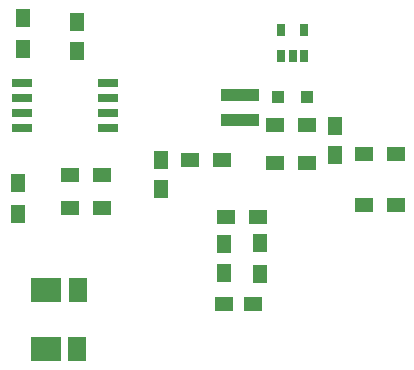
<source format=gbr>
G04 #@! TF.FileFunction,Paste,Top*
%FSLAX46Y46*%
G04 Gerber Fmt 4.6, Leading zero omitted, Abs format (unit mm)*
G04 Created by KiCad (PCBNEW 4.0.4-stable) date 01/28/17 21:45:27*
%MOMM*%
%LPD*%
G01*
G04 APERTURE LIST*
%ADD10C,0.100000*%
%ADD11R,2.500000X2.100000*%
%ADD12R,1.500000X2.100000*%
%ADD13R,0.650000X1.060000*%
%ADD14R,1.500000X1.300000*%
%ADD15R,1.250000X1.500000*%
%ADD16R,1.300000X1.500000*%
%ADD17R,1.000000X1.000000*%
%ADD18R,1.700000X0.650000*%
%ADD19R,1.500000X1.250000*%
%ADD20R,3.200000X1.100000*%
G04 APERTURE END LIST*
D10*
D11*
X125690320Y-136900920D03*
D12*
X128350320Y-136900920D03*
D11*
X125639520Y-141879320D03*
D12*
X128299520Y-141879320D03*
D13*
X145608000Y-117051000D03*
X146558000Y-117051000D03*
X147508000Y-117051000D03*
X147508000Y-114851000D03*
X145608000Y-114851000D03*
D14*
X155274000Y-125349000D03*
X152574000Y-125349000D03*
X155274000Y-129667000D03*
X152574000Y-129667000D03*
X143590000Y-130683000D03*
X140890000Y-130683000D03*
X140542000Y-125857000D03*
X137842000Y-125857000D03*
D15*
X150114000Y-122996640D03*
X150114000Y-125496640D03*
X140716000Y-132989000D03*
X140716000Y-135489000D03*
X135382000Y-125877000D03*
X135382000Y-128377000D03*
X128270000Y-114193000D03*
X128270000Y-116693000D03*
D16*
X123261120Y-130503920D03*
X123261120Y-127803920D03*
D14*
X145081000Y-122966480D03*
X147781000Y-122966480D03*
X147781000Y-126151640D03*
X145081000Y-126151640D03*
X130382000Y-127127000D03*
X127682000Y-127127000D03*
X130382000Y-129921000D03*
X127682000Y-129921000D03*
D17*
X147808000Y-120523000D03*
X145308000Y-120523000D03*
D16*
X123698000Y-113839000D03*
X123698000Y-116539000D03*
D18*
X123604000Y-119380000D03*
X123604000Y-120650000D03*
X123604000Y-121920000D03*
X123604000Y-123190000D03*
X130904000Y-123190000D03*
X130904000Y-121920000D03*
X130904000Y-120650000D03*
X130904000Y-119380000D03*
D19*
X143236000Y-138049000D03*
X140736000Y-138049000D03*
D16*
X143764000Y-132889000D03*
X143764000Y-135589000D03*
D20*
X142057120Y-122507720D03*
X142057120Y-120407720D03*
M02*

</source>
